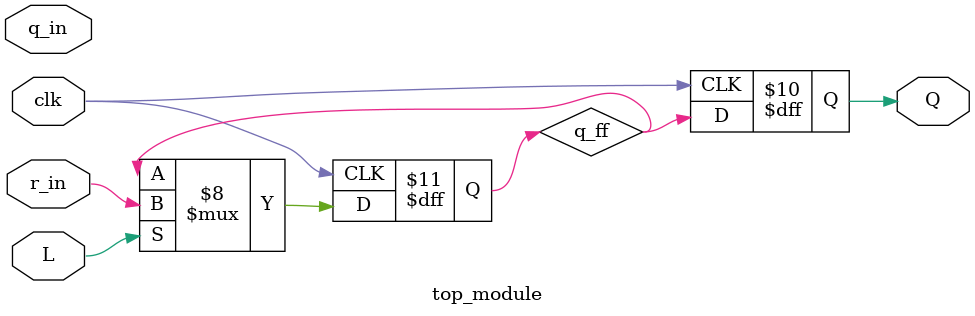
<source format=sv>
module top_module(
    input clk,
    input L,
    input q_in,
    input r_in,
    output reg Q
);

// Submodule: Flip Flop
reg q_ff;

always @(posedge clk) begin
    if (L) begin
        q_ff <= r_in;
    end else begin
        q_ff <= q_ff;
    end
end

// Submodule: 2-1 MUX
reg Q_mux;

always @(L or q_ff or q_in) begin
    if (L) begin
        Q_mux <= r_in;
    end else begin
        Q_mux <= q_ff;
    end
end

// Output Q
always @(posedge clk) begin
    Q <= q_ff;
end

endmodule

</source>
